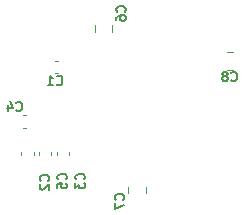
<source format=gbr>
%TF.GenerationSoftware,KiCad,Pcbnew,7.0.1-0*%
%TF.CreationDate,2023-04-17T18:48:32+01:00*%
%TF.ProjectId,cyborg65r2_thermo_pcb,6379626f-7267-4363-9572-325f74686572,rev?*%
%TF.SameCoordinates,Original*%
%TF.FileFunction,Legend,Bot*%
%TF.FilePolarity,Positive*%
%FSLAX46Y46*%
G04 Gerber Fmt 4.6, Leading zero omitted, Abs format (unit mm)*
G04 Created by KiCad (PCBNEW 7.0.1-0) date 2023-04-17 18:48:32*
%MOMM*%
%LPD*%
G01*
G04 APERTURE LIST*
%ADD10C,0.150000*%
%ADD11C,0.120000*%
G04 APERTURE END LIST*
D10*
%TO.C,C7*%
X205897216Y-150843667D02*
X205935312Y-150805571D01*
X205935312Y-150805571D02*
X205973407Y-150691286D01*
X205973407Y-150691286D02*
X205973407Y-150615095D01*
X205973407Y-150615095D02*
X205935312Y-150500809D01*
X205935312Y-150500809D02*
X205859121Y-150424619D01*
X205859121Y-150424619D02*
X205782931Y-150386524D01*
X205782931Y-150386524D02*
X205630550Y-150348428D01*
X205630550Y-150348428D02*
X205516264Y-150348428D01*
X205516264Y-150348428D02*
X205363883Y-150386524D01*
X205363883Y-150386524D02*
X205287692Y-150424619D01*
X205287692Y-150424619D02*
X205211502Y-150500809D01*
X205211502Y-150500809D02*
X205173407Y-150615095D01*
X205173407Y-150615095D02*
X205173407Y-150691286D01*
X205173407Y-150691286D02*
X205211502Y-150805571D01*
X205211502Y-150805571D02*
X205249597Y-150843667D01*
X205173407Y-151110333D02*
X205173407Y-151643667D01*
X205173407Y-151643667D02*
X205973407Y-151300809D01*
%TO.C,C4*%
X196833332Y-143283904D02*
X196871428Y-143322000D01*
X196871428Y-143322000D02*
X196985713Y-143360095D01*
X196985713Y-143360095D02*
X197061904Y-143360095D01*
X197061904Y-143360095D02*
X197176190Y-143322000D01*
X197176190Y-143322000D02*
X197252380Y-143245809D01*
X197252380Y-143245809D02*
X197290475Y-143169619D01*
X197290475Y-143169619D02*
X197328571Y-143017238D01*
X197328571Y-143017238D02*
X197328571Y-142902952D01*
X197328571Y-142902952D02*
X197290475Y-142750571D01*
X197290475Y-142750571D02*
X197252380Y-142674380D01*
X197252380Y-142674380D02*
X197176190Y-142598190D01*
X197176190Y-142598190D02*
X197061904Y-142560095D01*
X197061904Y-142560095D02*
X196985713Y-142560095D01*
X196985713Y-142560095D02*
X196871428Y-142598190D01*
X196871428Y-142598190D02*
X196833332Y-142636285D01*
X196147618Y-142826761D02*
X196147618Y-143360095D01*
X196338094Y-142522000D02*
X196528571Y-143093428D01*
X196528571Y-143093428D02*
X196033332Y-143093428D01*
%TO.C,C3*%
X202577216Y-149143667D02*
X202615312Y-149105571D01*
X202615312Y-149105571D02*
X202653407Y-148991286D01*
X202653407Y-148991286D02*
X202653407Y-148915095D01*
X202653407Y-148915095D02*
X202615312Y-148800809D01*
X202615312Y-148800809D02*
X202539121Y-148724619D01*
X202539121Y-148724619D02*
X202462931Y-148686524D01*
X202462931Y-148686524D02*
X202310550Y-148648428D01*
X202310550Y-148648428D02*
X202196264Y-148648428D01*
X202196264Y-148648428D02*
X202043883Y-148686524D01*
X202043883Y-148686524D02*
X201967692Y-148724619D01*
X201967692Y-148724619D02*
X201891502Y-148800809D01*
X201891502Y-148800809D02*
X201853407Y-148915095D01*
X201853407Y-148915095D02*
X201853407Y-148991286D01*
X201853407Y-148991286D02*
X201891502Y-149105571D01*
X201891502Y-149105571D02*
X201929597Y-149143667D01*
X201853407Y-149410333D02*
X201853407Y-149905571D01*
X201853407Y-149905571D02*
X202158169Y-149638905D01*
X202158169Y-149638905D02*
X202158169Y-149753190D01*
X202158169Y-149753190D02*
X202196264Y-149829381D01*
X202196264Y-149829381D02*
X202234359Y-149867476D01*
X202234359Y-149867476D02*
X202310550Y-149905571D01*
X202310550Y-149905571D02*
X202501026Y-149905571D01*
X202501026Y-149905571D02*
X202577216Y-149867476D01*
X202577216Y-149867476D02*
X202615312Y-149829381D01*
X202615312Y-149829381D02*
X202653407Y-149753190D01*
X202653407Y-149753190D02*
X202653407Y-149524619D01*
X202653407Y-149524619D02*
X202615312Y-149448428D01*
X202615312Y-149448428D02*
X202577216Y-149410333D01*
%TO.C,C8*%
X215038332Y-140738904D02*
X215076428Y-140777000D01*
X215076428Y-140777000D02*
X215190713Y-140815095D01*
X215190713Y-140815095D02*
X215266904Y-140815095D01*
X215266904Y-140815095D02*
X215381190Y-140777000D01*
X215381190Y-140777000D02*
X215457380Y-140700809D01*
X215457380Y-140700809D02*
X215495475Y-140624619D01*
X215495475Y-140624619D02*
X215533571Y-140472238D01*
X215533571Y-140472238D02*
X215533571Y-140357952D01*
X215533571Y-140357952D02*
X215495475Y-140205571D01*
X215495475Y-140205571D02*
X215457380Y-140129380D01*
X215457380Y-140129380D02*
X215381190Y-140053190D01*
X215381190Y-140053190D02*
X215266904Y-140015095D01*
X215266904Y-140015095D02*
X215190713Y-140015095D01*
X215190713Y-140015095D02*
X215076428Y-140053190D01*
X215076428Y-140053190D02*
X215038332Y-140091285D01*
X214581190Y-140357952D02*
X214657380Y-140319857D01*
X214657380Y-140319857D02*
X214695475Y-140281761D01*
X214695475Y-140281761D02*
X214733571Y-140205571D01*
X214733571Y-140205571D02*
X214733571Y-140167476D01*
X214733571Y-140167476D02*
X214695475Y-140091285D01*
X214695475Y-140091285D02*
X214657380Y-140053190D01*
X214657380Y-140053190D02*
X214581190Y-140015095D01*
X214581190Y-140015095D02*
X214428809Y-140015095D01*
X214428809Y-140015095D02*
X214352618Y-140053190D01*
X214352618Y-140053190D02*
X214314523Y-140091285D01*
X214314523Y-140091285D02*
X214276428Y-140167476D01*
X214276428Y-140167476D02*
X214276428Y-140205571D01*
X214276428Y-140205571D02*
X214314523Y-140281761D01*
X214314523Y-140281761D02*
X214352618Y-140319857D01*
X214352618Y-140319857D02*
X214428809Y-140357952D01*
X214428809Y-140357952D02*
X214581190Y-140357952D01*
X214581190Y-140357952D02*
X214657380Y-140396047D01*
X214657380Y-140396047D02*
X214695475Y-140434142D01*
X214695475Y-140434142D02*
X214733571Y-140510333D01*
X214733571Y-140510333D02*
X214733571Y-140662714D01*
X214733571Y-140662714D02*
X214695475Y-140738904D01*
X214695475Y-140738904D02*
X214657380Y-140777000D01*
X214657380Y-140777000D02*
X214581190Y-140815095D01*
X214581190Y-140815095D02*
X214428809Y-140815095D01*
X214428809Y-140815095D02*
X214352618Y-140777000D01*
X214352618Y-140777000D02*
X214314523Y-140738904D01*
X214314523Y-140738904D02*
X214276428Y-140662714D01*
X214276428Y-140662714D02*
X214276428Y-140510333D01*
X214276428Y-140510333D02*
X214314523Y-140434142D01*
X214314523Y-140434142D02*
X214352618Y-140396047D01*
X214352618Y-140396047D02*
X214428809Y-140357952D01*
%TO.C,C1*%
X200256644Y-141070904D02*
X200294740Y-141109000D01*
X200294740Y-141109000D02*
X200409025Y-141147095D01*
X200409025Y-141147095D02*
X200485216Y-141147095D01*
X200485216Y-141147095D02*
X200599502Y-141109000D01*
X200599502Y-141109000D02*
X200675692Y-141032809D01*
X200675692Y-141032809D02*
X200713787Y-140956619D01*
X200713787Y-140956619D02*
X200751883Y-140804238D01*
X200751883Y-140804238D02*
X200751883Y-140689952D01*
X200751883Y-140689952D02*
X200713787Y-140537571D01*
X200713787Y-140537571D02*
X200675692Y-140461380D01*
X200675692Y-140461380D02*
X200599502Y-140385190D01*
X200599502Y-140385190D02*
X200485216Y-140347095D01*
X200485216Y-140347095D02*
X200409025Y-140347095D01*
X200409025Y-140347095D02*
X200294740Y-140385190D01*
X200294740Y-140385190D02*
X200256644Y-140423285D01*
X199494740Y-141147095D02*
X199951883Y-141147095D01*
X199723311Y-141147095D02*
X199723311Y-140347095D01*
X199723311Y-140347095D02*
X199799502Y-140461380D01*
X199799502Y-140461380D02*
X199875692Y-140537571D01*
X199875692Y-140537571D02*
X199951883Y-140575666D01*
%TO.C,C5*%
X201057216Y-149143667D02*
X201095312Y-149105571D01*
X201095312Y-149105571D02*
X201133407Y-148991286D01*
X201133407Y-148991286D02*
X201133407Y-148915095D01*
X201133407Y-148915095D02*
X201095312Y-148800809D01*
X201095312Y-148800809D02*
X201019121Y-148724619D01*
X201019121Y-148724619D02*
X200942931Y-148686524D01*
X200942931Y-148686524D02*
X200790550Y-148648428D01*
X200790550Y-148648428D02*
X200676264Y-148648428D01*
X200676264Y-148648428D02*
X200523883Y-148686524D01*
X200523883Y-148686524D02*
X200447692Y-148724619D01*
X200447692Y-148724619D02*
X200371502Y-148800809D01*
X200371502Y-148800809D02*
X200333407Y-148915095D01*
X200333407Y-148915095D02*
X200333407Y-148991286D01*
X200333407Y-148991286D02*
X200371502Y-149105571D01*
X200371502Y-149105571D02*
X200409597Y-149143667D01*
X200333407Y-149867476D02*
X200333407Y-149486524D01*
X200333407Y-149486524D02*
X200714359Y-149448428D01*
X200714359Y-149448428D02*
X200676264Y-149486524D01*
X200676264Y-149486524D02*
X200638169Y-149562714D01*
X200638169Y-149562714D02*
X200638169Y-149753190D01*
X200638169Y-149753190D02*
X200676264Y-149829381D01*
X200676264Y-149829381D02*
X200714359Y-149867476D01*
X200714359Y-149867476D02*
X200790550Y-149905571D01*
X200790550Y-149905571D02*
X200981026Y-149905571D01*
X200981026Y-149905571D02*
X201057216Y-149867476D01*
X201057216Y-149867476D02*
X201095312Y-149829381D01*
X201095312Y-149829381D02*
X201133407Y-149753190D01*
X201133407Y-149753190D02*
X201133407Y-149562714D01*
X201133407Y-149562714D02*
X201095312Y-149486524D01*
X201095312Y-149486524D02*
X201057216Y-149448428D01*
%TO.C,C2*%
X199557216Y-149243667D02*
X199595312Y-149205571D01*
X199595312Y-149205571D02*
X199633407Y-149091286D01*
X199633407Y-149091286D02*
X199633407Y-149015095D01*
X199633407Y-149015095D02*
X199595312Y-148900809D01*
X199595312Y-148900809D02*
X199519121Y-148824619D01*
X199519121Y-148824619D02*
X199442931Y-148786524D01*
X199442931Y-148786524D02*
X199290550Y-148748428D01*
X199290550Y-148748428D02*
X199176264Y-148748428D01*
X199176264Y-148748428D02*
X199023883Y-148786524D01*
X199023883Y-148786524D02*
X198947692Y-148824619D01*
X198947692Y-148824619D02*
X198871502Y-148900809D01*
X198871502Y-148900809D02*
X198833407Y-149015095D01*
X198833407Y-149015095D02*
X198833407Y-149091286D01*
X198833407Y-149091286D02*
X198871502Y-149205571D01*
X198871502Y-149205571D02*
X198909597Y-149243667D01*
X198909597Y-149548428D02*
X198871502Y-149586524D01*
X198871502Y-149586524D02*
X198833407Y-149662714D01*
X198833407Y-149662714D02*
X198833407Y-149853190D01*
X198833407Y-149853190D02*
X198871502Y-149929381D01*
X198871502Y-149929381D02*
X198909597Y-149967476D01*
X198909597Y-149967476D02*
X198985788Y-150005571D01*
X198985788Y-150005571D02*
X199061978Y-150005571D01*
X199061978Y-150005571D02*
X199176264Y-149967476D01*
X199176264Y-149967476D02*
X199633407Y-149510333D01*
X199633407Y-149510333D02*
X199633407Y-150005571D01*
%TO.C,C6*%
X206037216Y-134943667D02*
X206075312Y-134905571D01*
X206075312Y-134905571D02*
X206113407Y-134791286D01*
X206113407Y-134791286D02*
X206113407Y-134715095D01*
X206113407Y-134715095D02*
X206075312Y-134600809D01*
X206075312Y-134600809D02*
X205999121Y-134524619D01*
X205999121Y-134524619D02*
X205922931Y-134486524D01*
X205922931Y-134486524D02*
X205770550Y-134448428D01*
X205770550Y-134448428D02*
X205656264Y-134448428D01*
X205656264Y-134448428D02*
X205503883Y-134486524D01*
X205503883Y-134486524D02*
X205427692Y-134524619D01*
X205427692Y-134524619D02*
X205351502Y-134600809D01*
X205351502Y-134600809D02*
X205313407Y-134715095D01*
X205313407Y-134715095D02*
X205313407Y-134791286D01*
X205313407Y-134791286D02*
X205351502Y-134905571D01*
X205351502Y-134905571D02*
X205389597Y-134943667D01*
X205313407Y-135629381D02*
X205313407Y-135477000D01*
X205313407Y-135477000D02*
X205351502Y-135400809D01*
X205351502Y-135400809D02*
X205389597Y-135362714D01*
X205389597Y-135362714D02*
X205503883Y-135286524D01*
X205503883Y-135286524D02*
X205656264Y-135248428D01*
X205656264Y-135248428D02*
X205961026Y-135248428D01*
X205961026Y-135248428D02*
X206037216Y-135286524D01*
X206037216Y-135286524D02*
X206075312Y-135324619D01*
X206075312Y-135324619D02*
X206113407Y-135400809D01*
X206113407Y-135400809D02*
X206113407Y-135553190D01*
X206113407Y-135553190D02*
X206075312Y-135629381D01*
X206075312Y-135629381D02*
X206037216Y-135667476D01*
X206037216Y-135667476D02*
X205961026Y-135705571D01*
X205961026Y-135705571D02*
X205770550Y-135705571D01*
X205770550Y-135705571D02*
X205694359Y-135667476D01*
X205694359Y-135667476D02*
X205656264Y-135629381D01*
X205656264Y-135629381D02*
X205618169Y-135553190D01*
X205618169Y-135553190D02*
X205618169Y-135400809D01*
X205618169Y-135400809D02*
X205656264Y-135324619D01*
X205656264Y-135324619D02*
X205694359Y-135286524D01*
X205694359Y-135286524D02*
X205770550Y-135248428D01*
D11*
%TO.C,C7*%
X206328312Y-149785748D02*
X206328312Y-150308252D01*
X207798312Y-149785748D02*
X207798312Y-150308252D01*
%TO.C,C4*%
X197673892Y-143727000D02*
X197392732Y-143727000D01*
X197673892Y-144747000D02*
X197392732Y-144747000D01*
%TO.C,C3*%
X200293312Y-146801420D02*
X200293312Y-147082580D01*
X201313312Y-146801420D02*
X201313312Y-147082580D01*
%TO.C,C8*%
X214643748Y-139840000D02*
X215166252Y-139840000D01*
X214643748Y-138370000D02*
X215166252Y-138370000D01*
%TO.C,C1*%
X200408892Y-140137000D02*
X200127732Y-140137000D01*
X200408892Y-139117000D02*
X200127732Y-139117000D01*
%TO.C,C5*%
X198783312Y-146801420D02*
X198783312Y-147082580D01*
X199803312Y-146801420D02*
X199803312Y-147082580D01*
%TO.C,C2*%
X197283312Y-146796420D02*
X197283312Y-147077580D01*
X198303312Y-146796420D02*
X198303312Y-147077580D01*
%TO.C,C6*%
X204968312Y-136618252D02*
X204968312Y-136095748D01*
X203498312Y-136618252D02*
X203498312Y-136095748D01*
%TD*%
M02*

</source>
